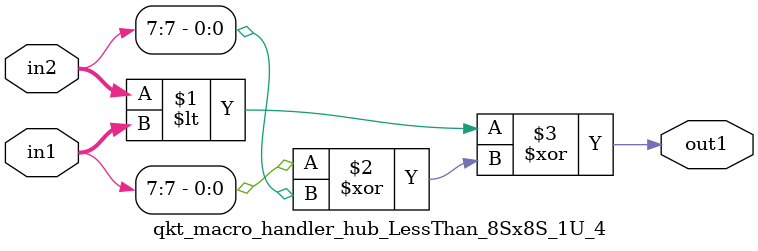
<source format=v>

`timescale 1ps / 1ps


module qkt_macro_handler_hub_LessThan_8Sx8S_1U_4( in2, in1, out1 );

    input [7:0] in2;
    input [7:0] in1;
    output out1;

    
    // rtl_process:qkt_macro_handler_hub_LessThan_8Sx8S_1U_4/qkt_macro_handler_hub_LessThan_8Sx8S_1U_4_thread_1
    assign out1 = (in2 < in1 ^ (in1[7] ^ in2[7]));

endmodule


</source>
